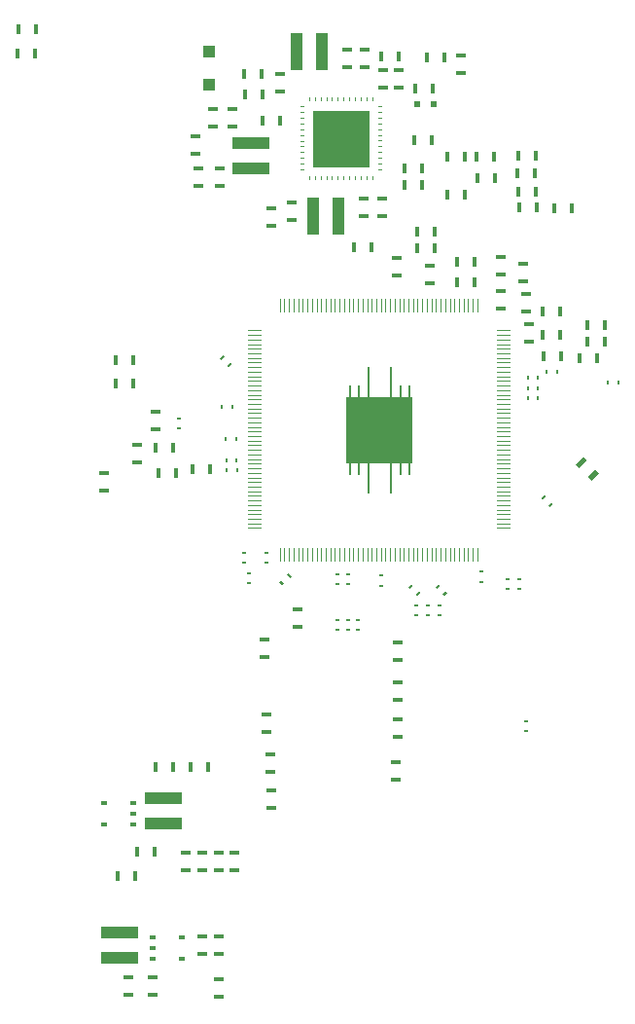
<source format=gtp>
G04 (created by PCBNEW (2013-04-04 BZR 4007)-stable) date Втр 09 Апр 2013 21:23:42*
%MOIN*%
G04 Gerber Fmt 3.4, Leading zero omitted, Abs format*
%FSLAX34Y34*%
G01*
G70*
G90*
G04 APERTURE LIST*
%ADD10C,0.006*%
%ADD11R,0.017126X0.037126*%
%ADD12R,0.037126X0.017126*%
%ADD13R,0.039326X0.039326*%
%ADD14R,0.023526X0.023526*%
%ADD15R,0.022126X0.012126*%
%ADD16R,0.00392598X0.055026*%
%ADD17R,0.015726X0.00192598*%
%ADD18R,0.00192598X0.015726*%
%ADD19R,0.192926X0.192926*%
%ADD20R,0.0433071X0.129921*%
%ADD21R,0.129921X0.0433071*%
%ADD22R,0.015726X0.00782598*%
%ADD23R,0.00782598X0.015726*%
%ADD24C,0.00570866*%
%ADD25R,0.00228819X0.0455882*%
%ADD26R,0.0455882X0.00228819*%
%ADD27R,0.230688X0.230688*%
%ADD28R,0.0803882X0.230688*%
%ADD29R,0.0104882X0.230688*%
G04 APERTURE END LIST*
G54D10*
G54D11*
X37022Y-47362D03*
X37622Y-47362D03*
G54D12*
X45354Y-23499D03*
X45354Y-24099D03*
X36358Y-36333D03*
X36358Y-36933D03*
X39173Y-50310D03*
X39173Y-50910D03*
G54D11*
X38203Y-47362D03*
X38803Y-47362D03*
G54D13*
X38838Y-23996D03*
X38838Y-22854D03*
G54D14*
X45964Y-24645D03*
X46554Y-24645D03*
G54D12*
X40750Y-43600D03*
X40750Y-43000D03*
G54D11*
X50063Y-28208D03*
X49463Y-28208D03*
G54D12*
X38602Y-53764D03*
X38602Y-53164D03*
X44803Y-23499D03*
X44803Y-24099D03*
G54D11*
X35644Y-33425D03*
X36244Y-33425D03*
X49444Y-27657D03*
X50044Y-27657D03*
X46481Y-25905D03*
X45881Y-25905D03*
X35625Y-34212D03*
X36225Y-34212D03*
X46146Y-27440D03*
X45546Y-27440D03*
G54D12*
X37007Y-35211D03*
X37007Y-35811D03*
X38976Y-24837D03*
X38976Y-25437D03*
G54D11*
X46579Y-29015D03*
X45979Y-29015D03*
X45339Y-23031D03*
X44739Y-23031D03*
X46579Y-29606D03*
X45979Y-29606D03*
X40074Y-24330D03*
X40674Y-24330D03*
X48608Y-26471D03*
X48008Y-26471D03*
X35723Y-51082D03*
X36323Y-51082D03*
G54D12*
X39724Y-50310D03*
X39724Y-50910D03*
X41875Y-41950D03*
X41875Y-42550D03*
X36063Y-54570D03*
X36063Y-55170D03*
X40984Y-48764D03*
X40984Y-48164D03*
X40944Y-46944D03*
X40944Y-47544D03*
X44783Y-28508D03*
X44783Y-27908D03*
X44173Y-22790D03*
X44173Y-23390D03*
G54D11*
X40054Y-23641D03*
X40654Y-23641D03*
X46146Y-26870D03*
X45546Y-26870D03*
G54D12*
X45295Y-45063D03*
X45295Y-44463D03*
X45295Y-46323D03*
X45295Y-45723D03*
X45295Y-43105D03*
X45295Y-43705D03*
X45255Y-47180D03*
X45255Y-47780D03*
X43582Y-22790D03*
X43582Y-23390D03*
G54D11*
X47603Y-26476D03*
X47003Y-26476D03*
G54D12*
X40800Y-46150D03*
X40800Y-45550D03*
G54D11*
X48026Y-27204D03*
X48626Y-27204D03*
X32278Y-22933D03*
X32878Y-22933D03*
X46500Y-24114D03*
X45900Y-24114D03*
X32300Y-22100D03*
X32900Y-22100D03*
X49444Y-26437D03*
X50044Y-26437D03*
X50664Y-28228D03*
X51264Y-28228D03*
X49424Y-27027D03*
X50024Y-27027D03*
G54D10*
G36*
X51401Y-37003D02*
X51663Y-36741D01*
X51784Y-36862D01*
X51522Y-37124D01*
X51401Y-37003D01*
X51401Y-37003D01*
G37*
G36*
X51825Y-37427D02*
X52087Y-37165D01*
X52208Y-37286D01*
X51946Y-37548D01*
X51825Y-37427D01*
X51825Y-37427D01*
G37*
G54D11*
X37101Y-37283D03*
X37701Y-37283D03*
X38262Y-37145D03*
X38862Y-37145D03*
X47950Y-30050D03*
X47350Y-30050D03*
G54D12*
X45275Y-29916D03*
X45275Y-30516D03*
X46400Y-30800D03*
X46400Y-30200D03*
G54D11*
X50300Y-33300D03*
X50900Y-33300D03*
X50290Y-31751D03*
X50890Y-31751D03*
X52406Y-32244D03*
X51806Y-32244D03*
X52406Y-32795D03*
X51806Y-32795D03*
X51550Y-33366D03*
X52150Y-33366D03*
X47950Y-30750D03*
X47350Y-30750D03*
G54D12*
X49803Y-32780D03*
X49803Y-32180D03*
X48850Y-31650D03*
X48850Y-31050D03*
X48850Y-30500D03*
X48850Y-29900D03*
X49724Y-31756D03*
X49724Y-31156D03*
G54D11*
X50290Y-32559D03*
X50890Y-32559D03*
G54D12*
X47460Y-23587D03*
X47460Y-22987D03*
G54D11*
X46314Y-23070D03*
X46914Y-23070D03*
X37003Y-36417D03*
X37603Y-36417D03*
G54D12*
X41259Y-23617D03*
X41259Y-24217D03*
G54D11*
X41284Y-25236D03*
X40684Y-25236D03*
G54D12*
X38385Y-25762D03*
X38385Y-26362D03*
X39625Y-24837D03*
X39625Y-25437D03*
X41673Y-28026D03*
X41673Y-28626D03*
G54D11*
X44414Y-29566D03*
X43814Y-29566D03*
G54D12*
X44153Y-28508D03*
X44153Y-27908D03*
G54D11*
X47003Y-27775D03*
X47603Y-27775D03*
G54D12*
X38464Y-27465D03*
X38464Y-26865D03*
X35255Y-37878D03*
X35255Y-37278D03*
X39212Y-26845D03*
X39212Y-27445D03*
X39163Y-53770D03*
X39163Y-53170D03*
X36913Y-55170D03*
X36913Y-54570D03*
X39173Y-55240D03*
X39173Y-54640D03*
X49606Y-30713D03*
X49606Y-30113D03*
X38051Y-50910D03*
X38051Y-50310D03*
X38622Y-50910D03*
X38622Y-50310D03*
G54D11*
X36373Y-50275D03*
X36973Y-50275D03*
G54D12*
X40964Y-28243D03*
X40964Y-28843D03*
G54D15*
X36248Y-49331D03*
X36248Y-48581D03*
X35248Y-49331D03*
X36248Y-48956D03*
X35248Y-48581D03*
X36901Y-53187D03*
X36901Y-53937D03*
X37901Y-53187D03*
X36901Y-53562D03*
X37901Y-53937D03*
G54D16*
X34666Y-46534D03*
X34863Y-46534D03*
X35059Y-46534D03*
X35256Y-46534D03*
X35453Y-46534D03*
X35650Y-46534D03*
X35847Y-46534D03*
X36044Y-46534D03*
X36241Y-46534D03*
X36437Y-46534D03*
X36634Y-46534D03*
X36831Y-46534D03*
X37027Y-46534D03*
X37224Y-46534D03*
X37421Y-46534D03*
X37617Y-46534D03*
X37814Y-46534D03*
X38011Y-46534D03*
X38208Y-46534D03*
X38405Y-46534D03*
X38602Y-46534D03*
X38799Y-46534D03*
X38995Y-46534D03*
X39192Y-46534D03*
X39192Y-38976D03*
X38995Y-38976D03*
X38799Y-38976D03*
X38602Y-38976D03*
X38405Y-38976D03*
X38208Y-38976D03*
X38011Y-38976D03*
X37814Y-38976D03*
X37617Y-38976D03*
X37421Y-38976D03*
X37224Y-38976D03*
X37027Y-38976D03*
X36831Y-38976D03*
X36634Y-38976D03*
X36437Y-38976D03*
X36241Y-38976D03*
X36044Y-38976D03*
X35847Y-38976D03*
X35650Y-38976D03*
X35453Y-38976D03*
X35256Y-38976D03*
X35059Y-38976D03*
X34863Y-38976D03*
X34666Y-38976D03*
G54D17*
X42047Y-24764D03*
X42047Y-24961D03*
X42047Y-25158D03*
X42047Y-25355D03*
X42047Y-25551D03*
X42047Y-25748D03*
X42047Y-25945D03*
X42047Y-26142D03*
X42047Y-26339D03*
X42047Y-26536D03*
X42047Y-26733D03*
X42047Y-26929D03*
X44723Y-25353D03*
X44723Y-25157D03*
X44723Y-24960D03*
X44723Y-24763D03*
G54D18*
X43090Y-27185D03*
X43286Y-27185D03*
X43483Y-27185D03*
X43680Y-27185D03*
X43877Y-27185D03*
X44074Y-27185D03*
X44271Y-27185D03*
X44468Y-27185D03*
G54D19*
X43385Y-25846D03*
G54D18*
X42303Y-27185D03*
X42500Y-27185D03*
X42697Y-27185D03*
X42893Y-27185D03*
G54D17*
X44723Y-26928D03*
X44724Y-26731D03*
X44724Y-26535D03*
X44724Y-26338D03*
X44724Y-26141D03*
X44724Y-25944D03*
X44724Y-25747D03*
X44724Y-25550D03*
G54D18*
X44468Y-24508D03*
X44271Y-24508D03*
X44074Y-24508D03*
X43878Y-24508D03*
X43681Y-24508D03*
X43484Y-24508D03*
X43287Y-24508D03*
X43090Y-24508D03*
X42893Y-24508D03*
X42696Y-24508D03*
X42500Y-24508D03*
X42303Y-24508D03*
G54D20*
X41830Y-22854D03*
X42696Y-22854D03*
G54D21*
X40275Y-25984D03*
X40275Y-26850D03*
G54D20*
X42421Y-28484D03*
X43287Y-28484D03*
G54D21*
X35787Y-53897D03*
X35787Y-53031D03*
X37263Y-48444D03*
X37263Y-49311D03*
G54D22*
X49075Y-41277D03*
X49075Y-40923D03*
X49475Y-41277D03*
X49475Y-40923D03*
X43600Y-42677D03*
X43600Y-42323D03*
X43950Y-42677D03*
X43950Y-42323D03*
X46750Y-42177D03*
X46750Y-41823D03*
X43250Y-42323D03*
X43250Y-42677D03*
X45950Y-41823D03*
X45950Y-42177D03*
X46350Y-42177D03*
X46350Y-41823D03*
X49704Y-46141D03*
X49704Y-45787D03*
G54D10*
G36*
X45666Y-41202D02*
X45777Y-41091D01*
X45833Y-41146D01*
X45721Y-41258D01*
X45666Y-41202D01*
X45666Y-41202D01*
G37*
G36*
X45916Y-41453D02*
X46028Y-41341D01*
X46083Y-41397D01*
X45972Y-41508D01*
X45916Y-41453D01*
X45916Y-41453D01*
G37*
G54D22*
X48175Y-40673D03*
X48175Y-41027D03*
G54D23*
X52877Y-34200D03*
X52523Y-34200D03*
X39271Y-35039D03*
X39625Y-35039D03*
G54D10*
G36*
X47008Y-41397D02*
X46897Y-41508D01*
X46841Y-41453D01*
X46953Y-41341D01*
X47008Y-41397D01*
X47008Y-41397D01*
G37*
G36*
X46758Y-41146D02*
X46646Y-41258D01*
X46591Y-41202D01*
X46702Y-41091D01*
X46758Y-41146D01*
X46758Y-41146D01*
G37*
G54D23*
X50117Y-34724D03*
X49763Y-34724D03*
X39783Y-36850D03*
X39429Y-36850D03*
G54D10*
G36*
X39617Y-33561D02*
X39506Y-33672D01*
X39451Y-33617D01*
X39562Y-33506D01*
X39617Y-33561D01*
X39617Y-33561D01*
G37*
G36*
X39367Y-33311D02*
X39256Y-33422D01*
X39201Y-33367D01*
X39312Y-33256D01*
X39367Y-33311D01*
X39367Y-33311D01*
G37*
G54D22*
X37814Y-35767D03*
X37814Y-35413D03*
G54D23*
X50117Y-34035D03*
X49763Y-34035D03*
X50117Y-34389D03*
X49763Y-34389D03*
X50767Y-33838D03*
X50413Y-33838D03*
X39448Y-37200D03*
X39802Y-37200D03*
G54D22*
X40800Y-40377D03*
X40800Y-40023D03*
X40050Y-40377D03*
X40050Y-40023D03*
X40200Y-41077D03*
X40200Y-40723D03*
G54D23*
X39409Y-36122D03*
X39763Y-36122D03*
G54D22*
X44725Y-40798D03*
X44725Y-41152D03*
G54D10*
G36*
X50216Y-38152D02*
X50327Y-38041D01*
X50383Y-38096D01*
X50271Y-38208D01*
X50216Y-38152D01*
X50216Y-38152D01*
G37*
G36*
X50466Y-38403D02*
X50578Y-38291D01*
X50633Y-38347D01*
X50522Y-38458D01*
X50466Y-38403D01*
X50466Y-38403D01*
G37*
G36*
X41547Y-40716D02*
X41658Y-40827D01*
X41603Y-40883D01*
X41491Y-40771D01*
X41547Y-40716D01*
X41547Y-40716D01*
G37*
G36*
X41296Y-40966D02*
X41408Y-41078D01*
X41352Y-41133D01*
X41241Y-41022D01*
X41296Y-40966D01*
X41296Y-40966D01*
G37*
G54D22*
X43600Y-40748D03*
X43600Y-41102D03*
X43225Y-41102D03*
X43225Y-40748D03*
G54D24*
X41574Y-44015D03*
X41889Y-44015D03*
X42204Y-44015D03*
X43464Y-44015D03*
X43779Y-44015D03*
X44094Y-44015D03*
X41574Y-44330D03*
X41889Y-44330D03*
X42204Y-44330D03*
X43464Y-44330D03*
X43779Y-44330D03*
X44094Y-44330D03*
X41574Y-44645D03*
X41889Y-44645D03*
X42204Y-44645D03*
X43464Y-44645D03*
X43779Y-44645D03*
X44094Y-44645D03*
X41574Y-44960D03*
X41889Y-44960D03*
X42204Y-44960D03*
X43464Y-44960D03*
X43779Y-44960D03*
X44094Y-44960D03*
X41574Y-45275D03*
X41889Y-45275D03*
X42204Y-45275D03*
X43464Y-45275D03*
X43779Y-45275D03*
X44094Y-45275D03*
X41574Y-45590D03*
X41889Y-45590D03*
X42204Y-45590D03*
X43464Y-45590D03*
X43779Y-45590D03*
X44094Y-45590D03*
X41574Y-45905D03*
X41889Y-45905D03*
X42204Y-45905D03*
X43464Y-45905D03*
X43779Y-45905D03*
X44094Y-45905D03*
X41574Y-46220D03*
X41889Y-46220D03*
X42204Y-46220D03*
X43464Y-46220D03*
X43779Y-46220D03*
X44094Y-46220D03*
X41574Y-46535D03*
X41889Y-46535D03*
X42204Y-46535D03*
X43464Y-46535D03*
X43779Y-46535D03*
X44094Y-46535D03*
X41574Y-46850D03*
X41889Y-46850D03*
X42204Y-46850D03*
X43464Y-46850D03*
X43779Y-46850D03*
X44094Y-46850D03*
X41574Y-47165D03*
X41889Y-47165D03*
X42204Y-47165D03*
X43464Y-47165D03*
X43779Y-47165D03*
X44094Y-47165D03*
X41574Y-47480D03*
X41889Y-47480D03*
X42204Y-47480D03*
X43464Y-47480D03*
X43779Y-47480D03*
X44094Y-47480D03*
X41574Y-47795D03*
X41889Y-47795D03*
X42204Y-47795D03*
X43464Y-47795D03*
X43779Y-47795D03*
X44094Y-47795D03*
X46299Y-44015D03*
X46614Y-44015D03*
X46929Y-44015D03*
X48189Y-44015D03*
X48504Y-44015D03*
X48819Y-44015D03*
X46299Y-44330D03*
X46614Y-44330D03*
X46929Y-44330D03*
X48189Y-44330D03*
X48504Y-44330D03*
X48819Y-44330D03*
X46299Y-44645D03*
X46614Y-44645D03*
X46929Y-44645D03*
X48189Y-44645D03*
X48504Y-44645D03*
X48819Y-44645D03*
X46299Y-44960D03*
X46614Y-44960D03*
X46929Y-44960D03*
X48189Y-44960D03*
X48504Y-44960D03*
X48819Y-44960D03*
X46299Y-45275D03*
X46614Y-45275D03*
X46929Y-45275D03*
X48189Y-45275D03*
X48504Y-45275D03*
X48819Y-45275D03*
X46299Y-45590D03*
X46614Y-45590D03*
X46929Y-45590D03*
X48189Y-45590D03*
X48504Y-45590D03*
X48819Y-45590D03*
X46299Y-45905D03*
X46614Y-45905D03*
X46929Y-45905D03*
X48189Y-45905D03*
X48504Y-45905D03*
X48819Y-45905D03*
X46299Y-46220D03*
X46614Y-46220D03*
X46929Y-46220D03*
X48189Y-46220D03*
X48504Y-46220D03*
X48819Y-46220D03*
X46299Y-46535D03*
X46614Y-46535D03*
X46929Y-46535D03*
X48189Y-46535D03*
X48504Y-46535D03*
X48819Y-46535D03*
X46299Y-46850D03*
X46614Y-46850D03*
X46929Y-46850D03*
X48189Y-46850D03*
X48504Y-46850D03*
X48819Y-46850D03*
X46299Y-47165D03*
X46614Y-47165D03*
X46929Y-47165D03*
X48189Y-47165D03*
X48504Y-47165D03*
X48819Y-47165D03*
X46299Y-47480D03*
X46614Y-47480D03*
X46929Y-47480D03*
X48189Y-47480D03*
X48504Y-47480D03*
X48819Y-47480D03*
X46299Y-47795D03*
X46614Y-47795D03*
X46929Y-47795D03*
X48189Y-47795D03*
X48504Y-47795D03*
X48819Y-47795D03*
G54D25*
X41300Y-40097D03*
X41457Y-40097D03*
X41615Y-40097D03*
X41772Y-40097D03*
X41930Y-40097D03*
X42087Y-40097D03*
X42245Y-40097D03*
X42402Y-40097D03*
X42560Y-40097D03*
X42717Y-40097D03*
X42874Y-40097D03*
X43032Y-40097D03*
X43189Y-40097D03*
X43347Y-40097D03*
X43504Y-40097D03*
X43662Y-40097D03*
X43819Y-40097D03*
X43977Y-40097D03*
X44134Y-40097D03*
X44292Y-40097D03*
X44449Y-40097D03*
X44607Y-40097D03*
X44763Y-40097D03*
X44921Y-40097D03*
X45078Y-40097D03*
X45236Y-40097D03*
X45393Y-40097D03*
X45551Y-40097D03*
X45708Y-40097D03*
X45866Y-40097D03*
X46023Y-40097D03*
X46181Y-40097D03*
X46338Y-40097D03*
X46496Y-40097D03*
X46653Y-40097D03*
X46810Y-40097D03*
X46968Y-40097D03*
X47125Y-40097D03*
X47283Y-40097D03*
X47440Y-40097D03*
X47598Y-40097D03*
X47755Y-40097D03*
X47913Y-40097D03*
X48070Y-40097D03*
G54D26*
X48956Y-39211D03*
X48956Y-39054D03*
X48956Y-38896D03*
X48956Y-38739D03*
X48956Y-38581D03*
X48956Y-38424D03*
X48956Y-38266D03*
X48956Y-38109D03*
X48956Y-37951D03*
X48956Y-37794D03*
X48956Y-37637D03*
X48956Y-37479D03*
X48956Y-37322D03*
X48956Y-37164D03*
X48956Y-37007D03*
X48956Y-36849D03*
X48956Y-36692D03*
X48956Y-36534D03*
X48956Y-36377D03*
X48956Y-36219D03*
X48956Y-36062D03*
X48956Y-35904D03*
X48956Y-35748D03*
X48956Y-35590D03*
X48956Y-35433D03*
X48956Y-35275D03*
X48956Y-35118D03*
X48956Y-34960D03*
X48956Y-34803D03*
X48956Y-34645D03*
X48956Y-34488D03*
X48956Y-34330D03*
X48956Y-34173D03*
X48956Y-34015D03*
X48956Y-33858D03*
X48956Y-33701D03*
X48956Y-33543D03*
X48956Y-33386D03*
X48956Y-33228D03*
X48956Y-33071D03*
X48956Y-32913D03*
X48956Y-32756D03*
X48956Y-32598D03*
X48956Y-32441D03*
G54D25*
X48070Y-31555D03*
X47913Y-31555D03*
X47755Y-31555D03*
X47598Y-31555D03*
X47440Y-31555D03*
X47283Y-31555D03*
X47125Y-31555D03*
X46968Y-31555D03*
X46810Y-31555D03*
X46653Y-31555D03*
X46496Y-31555D03*
X46338Y-31555D03*
X46181Y-31555D03*
X46023Y-31555D03*
X45866Y-31555D03*
X45708Y-31555D03*
X45551Y-31555D03*
X45393Y-31555D03*
X45236Y-31555D03*
X45078Y-31555D03*
X44921Y-31555D03*
X44763Y-31555D03*
X44607Y-31555D03*
X44449Y-31555D03*
X44292Y-31555D03*
X44134Y-31555D03*
X43977Y-31555D03*
X43819Y-31555D03*
X43662Y-31555D03*
X43504Y-31555D03*
X43347Y-31555D03*
X43189Y-31555D03*
X43032Y-31555D03*
X42874Y-31555D03*
X42717Y-31555D03*
X42560Y-31555D03*
X42402Y-31555D03*
X42245Y-31555D03*
X42087Y-31555D03*
X41930Y-31555D03*
X41772Y-31555D03*
X41615Y-31555D03*
X41457Y-31555D03*
X41300Y-31555D03*
G54D26*
X40414Y-32441D03*
X40414Y-32598D03*
X40414Y-32756D03*
X40414Y-32913D03*
X40414Y-33071D03*
X40414Y-33228D03*
X40414Y-33386D03*
X40414Y-33543D03*
X40414Y-33701D03*
X40414Y-33858D03*
X40414Y-34015D03*
X40414Y-34173D03*
X40414Y-34330D03*
X40414Y-34488D03*
X40414Y-34645D03*
X40414Y-34803D03*
X40414Y-34960D03*
X40414Y-35118D03*
X40414Y-35275D03*
X40414Y-35433D03*
X40414Y-35590D03*
X40414Y-35748D03*
X40414Y-35904D03*
X40414Y-36062D03*
X40414Y-36219D03*
X40414Y-36377D03*
X40414Y-36534D03*
X40414Y-36692D03*
X40414Y-36849D03*
X40414Y-37007D03*
X40414Y-37164D03*
X40414Y-37322D03*
X40414Y-37479D03*
X40414Y-37637D03*
X40414Y-37794D03*
X40414Y-37951D03*
X40414Y-38109D03*
X40414Y-38266D03*
X40414Y-38424D03*
X40414Y-38581D03*
X40414Y-38739D03*
X40414Y-38896D03*
X40414Y-39054D03*
X40414Y-39211D03*
G54D27*
X44685Y-35826D03*
G54D28*
X44685Y-35826D03*
G54D29*
X43662Y-36219D03*
X43977Y-36219D03*
X44292Y-36849D03*
X44292Y-36534D03*
X45078Y-36849D03*
X45078Y-36534D03*
X45708Y-36219D03*
X45393Y-36219D03*
X43662Y-35433D03*
X43977Y-35433D03*
X45708Y-35433D03*
X45393Y-35433D03*
X44292Y-34803D03*
X44292Y-35118D03*
X45078Y-34803D03*
X45078Y-35118D03*
M02*

</source>
